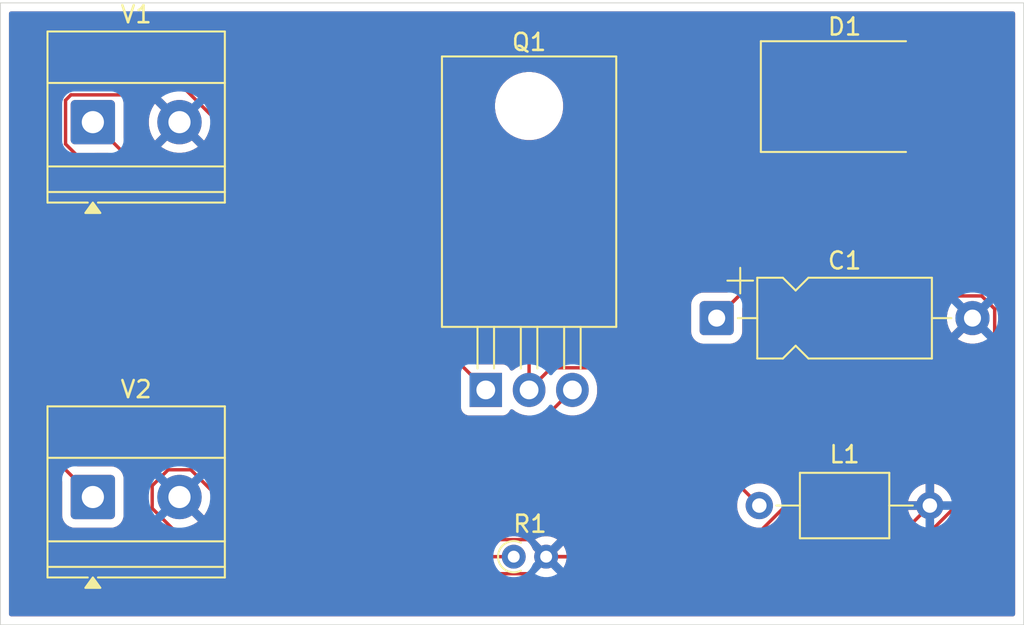
<source format=kicad_pcb>
(kicad_pcb (version 20241229) (generator "pcbnew") (generator_version "9.0")
  (layers (0 "F.Cu" signal) (2 "B.Cu" signal) (13 "F.Paste" user) (15 "B.Paste" user) (5 "F.SilkS" user "F.Silkscreen") (7 "B.SilkS" user "B.Silkscreen") (1 "F.Mask" user) (3 "B.Mask" user) (25 "Edge.Cuts" user))
  (net 0 "")
  (net 1 "Net-(D1-A)")
  (net 2 "GND")
  (net 3 "Net-(D1-K)")
  (net 4 "Net-(Q1-G)")
  (net 5 "Net-(Q1-D)")
  (footprint "TerminalBlock_Phoenix:TerminalBlock_Phoenix_MKDS-1,5-2-5.08_1x02_P5.08mm_Horizontal" (layer "F.Cu") (at 121.42 79.5)
    (property "Reference" "V1" (at 2.54 -6.32 0) (layer "F.SilkS"))
    (property "Value" "12")
    (fp_line (start -2.66 -5.32) (end 7.74 -5.32) (stroke (width 0.12)) (layer "F.SilkS"))
    (fp_line (start -2.66 -2.3) (end 7.74 -2.3) (stroke (width 0.12)) (layer "F.SilkS"))
    (fp_line (start -2.66 2.6) (end 7.74 2.6) (stroke (width 0.12)) (layer "F.SilkS"))
    (fp_line (start -2.66 4.1) (end 7.74 4.1) (stroke (width 0.12)) (layer "F.SilkS"))
    (fp_line (start -2.66 4.72) (end -2.66 -5.32) (stroke (width 0.12)) (layer "F.SilkS"))
    (fp_line (start -0.3 4.72) (end -2.66 4.72) (stroke (width 0.12)) (layer "F.SilkS"))
    (fp_line (start 7.74 -5.32) (end 7.74 4.72) (stroke (width 0.12)) (layer "F.SilkS"))
    (fp_line (start 7.74 4.72) (end 0.3 4.72) (stroke (width 0.12)) (layer "F.SilkS"))
    (fp_poly (pts (xy 0 4.72) (xy 0.44 5.33) (xy -0.44 5.33)) (stroke (width 0.12)) (fill yes) (layer "F.SilkS"))
    (pad "1" thru_hole roundrect (at 0 0) (size 2.6 2.6) (drill 1.3) (layers "*.Cu" "*.Mask") (roundrect_rratio 0.096154) (net 5 "Net-(Q1-D)"))
    (pad "2" thru_hole circle (at 5.08 0) (size 2.6 2.6) (drill 1.3) (layers "*.Cu" "*.Mask") (net 2 "GND"))
  )
  (footprint "Capacitor_THT:CP_Axial_L10.0mm_D4.5mm_P15.00mm_Horizontal" (layer "F.Cu") (at 158 91)
    (property "Reference" "C1" (at 7.5 -3.37 0) (layer "F.SilkS"))
    (property "Value" "100u")
    (fp_line (start 0.63 -2.2) (end 2.13 -2.2) (stroke (width 0.12)) (layer "F.SilkS"))
    (fp_line (start 1.24 0) (end 2.38 0) (stroke (width 0.12)) (layer "F.SilkS"))
    (fp_line (start 1.38 -2.95) (end 1.38 -1.45) (stroke (width 0.12)) (layer "F.SilkS"))
    (fp_line (start 2.38 -2.37) (end 2.38 2.37) (stroke (width 0.12)) (layer "F.SilkS"))
    (fp_line (start 2.38 -2.37) (end 3.88 -2.37) (stroke (width 0.12)) (layer "F.SilkS"))
    (fp_line (start 2.38 2.37) (end 3.88 2.37) (stroke (width 0.12)) (layer "F.SilkS"))
    (fp_line (start 3.88 -2.37) (end 4.63 -1.62) (stroke (width 0.12)) (layer "F.SilkS"))
    (fp_line (start 3.88 2.37) (end 4.63 1.62) (stroke (width 0.12)) (layer "F.SilkS"))
    (fp_line (start 4.63 -1.62) (end 5.38 -2.37) (stroke (width 0.12)) (layer "F.SilkS"))
    (fp_line (start 4.63 1.62) (end 5.38 2.37) (stroke (width 0.12)) (layer "F.SilkS"))
    (fp_line (start 5.38 -2.37) (end 12.62 -2.37) (stroke (width 0.12)) (layer "F.SilkS"))
    (fp_line (start 5.38 2.37) (end 12.62 2.37) (stroke (width 0.12)) (layer "F.SilkS"))
    (fp_line (start 12.62 -2.37) (end 12.62 2.37) (stroke (width 0.12)) (layer "F.SilkS"))
    (fp_line (start 13.76 0) (end 12.62 0) (stroke (width 0.12)) (layer "F.SilkS"))
    (pad "1" thru_hole roundrect (at 0 0) (size 2 2) (drill 1) (layers "*.Cu" "*.Mask") (roundrect_rratio 0.125) (net 1 "Net-(D1-A)"))
    (pad "2" thru_hole circle (at 15 0) (size 2 2) (drill 1) (layers "*.Cu" "*.Mask") (net 2 "GND"))
  )
  (footprint "TerminalBlock_Phoenix:TerminalBlock_Phoenix_MKDS-1,5-2-5.08_1x02_P5.08mm_Horizontal" (layer "F.Cu") (at 121.42 101.5)
    (property "Reference" "V2" (at 2.54 -6.32 0) (layer "F.SilkS"))
    (property "Value" "VPULSE")
    (fp_line (start -2.66 -5.32) (end 7.74 -5.32) (stroke (width 0.12)) (layer "F.SilkS"))
    (fp_line (start -2.66 -2.3) (end 7.74 -2.3) (stroke (width 0.12)) (layer "F.SilkS"))
    (fp_line (start -2.66 2.6) (end 7.74 2.6) (stroke (width 0.12)) (layer "F.SilkS"))
    (fp_line (start -2.66 4.1) (end 7.74 4.1) (stroke (width 0.12)) (layer "F.SilkS"))
    (fp_line (start -2.66 4.72) (end -2.66 -5.32) (stroke (width 0.12)) (layer "F.SilkS"))
    (fp_line (start -0.3 4.72) (end -2.66 4.72) (stroke (width 0.12)) (layer "F.SilkS"))
    (fp_line (start 7.74 -5.32) (end 7.74 4.72) (stroke (width 0.12)) (layer "F.SilkS"))
    (fp_line (start 7.74 4.72) (end 0.3 4.72) (stroke (width 0.12)) (layer "F.SilkS"))
    (fp_poly (pts (xy 0 4.72) (xy 0.44 5.33) (xy -0.44 5.33)) (stroke (width 0.12)) (fill yes) (layer "F.SilkS"))
    (pad "1" thru_hole roundrect (at 0 0) (size 2.6 2.6) (drill 1.3) (layers "*.Cu" "*.Mask") (roundrect_rratio 0.096154) (net 4 "Net-(Q1-G)"))
    (pad "2" thru_hole circle (at 5.08 0) (size 2.6 2.6) (drill 1.3) (layers "*.Cu" "*.Mask") (net 2 "GND"))
  )
  (footprint "Package_TO_SOT_THT:TO-220-3_Horizontal_TabDown" (layer "F.Cu") (at 144.46 95.215)
    (property "Reference" "Q1" (at 2.54 -20.41 0) (layer "F.SilkS"))
    (property "Value" "Q_NMOS_GSD")
    (fp_line (start -2.57 -19.57) (end 7.65 -19.57) (stroke (width 0.12)) (layer "F.SilkS"))
    (fp_line (start -2.57 -3.7) (end -2.57 -19.57) (stroke (width 0.12)) (layer "F.SilkS"))
    (fp_line (start -2.57 -3.7) (end 7.65 -3.7) (stroke (width 0.12)) (layer "F.SilkS"))
    (fp_line (start -0.485 -3.7) (end -0.485 -1.26) (stroke (width 0.12)) (layer "F.SilkS"))
    (fp_line (start 0.485 -3.7) (end 0.485 -1.26) (stroke (width 0.12)) (layer "F.SilkS"))
    (fp_line (start 2.055 -3.7) (end 2.055 -1.26) (stroke (width 0.12)) (layer "F.SilkS"))
    (fp_line (start 3.025 -3.7) (end 3.025 -1.26) (stroke (width 0.12)) (layer "F.SilkS"))
    (fp_line (start 4.595 -3.7) (end 4.595 -1.26) (stroke (width 0.12)) (layer "F.SilkS"))
    (fp_line (start 5.565 -3.7) (end 5.565 -1.26) (stroke (width 0.12)) (layer "F.SilkS"))
    (fp_line (start 7.65 -3.7) (end 7.65 -19.57) (stroke (width 0.12)) (layer "F.SilkS"))
    (pad "" np_thru_hole circle (at 2.54 -16.66) (size 3.5 3.5) (drill 3.5) (layers "*.Cu" "*.Mask"))
    (pad "1" thru_hole rect (at 0 0) (size 1.905 2) (drill 1.1) (layers "*.Cu" "*.Mask") (net 4 "Net-(Q1-G)"))
    (pad "2" thru_hole oval (at 2.54 0) (size 1.905 2) (drill 1.1) (layers "*.Cu" "*.Mask") (net 3 "Net-(D1-K)"))
    (pad "3" thru_hole oval (at 5.08 0) (size 1.905 2) (drill 1.1) (layers "*.Cu" "*.Mask") (net 5 "Net-(Q1-D)"))
  )
  (footprint "Inductor_THT:L_Axial_L5.0mm_D3.6mm_P10.00mm_Horizontal_Murata_BL01RN1A2A2" (layer "F.Cu") (at 160.5 102)
    (property "Reference" "L1" (at 5 -3 0) (layer "F.SilkS"))
    (property "Value" "68u")
    (fp_line (start 1 0) (end 2.38 0) (stroke (width 0.12)) (layer "F.SilkS"))
    (fp_line (start 2.38 -1.92) (end 2.38 1.92) (stroke (width 0.12)) (layer "F.SilkS"))
    (fp_line (start 2.38 1.92) (end 7.62 1.92) (stroke (width 0.12)) (layer "F.SilkS"))
    (fp_line (start 7.62 -1.92) (end 2.38 -1.92) (stroke (width 0.12)) (layer "F.SilkS"))
    (fp_line (start 7.62 1.92) (end 7.62 -1.92) (stroke (width 0.12)) (layer "F.SilkS"))
    (fp_line (start 9 0) (end 7.62 0) (stroke (width 0.12)) (layer "F.SilkS"))
    (pad "1" thru_hole circle (at 0 0) (size 1.6 1.6) (drill 0.85) (layers "*.Cu" "*.Mask") (net 3 "Net-(D1-K)"))
    (pad "2" thru_hole oval (at 10 0) (size 1.6 1.6) (drill 0.85) (layers "*.Cu" "*.Mask") (net 2 "GND"))
  )
  (footprint "Diode_SMD:D_SMC" (layer "F.Cu") (at 165.5 78)
    (property "Reference" "D1" (at 0 -4.1 0) (layer "F.SilkS"))
    (property "Value" "MBRS340")
    (fp_line (start -4.91 -3.25) (end 3.6 -3.25) (stroke (width 0.12)) (layer "F.SilkS"))
    (fp_line (start -4.91 3.25) (end -4.91 -3.25) (stroke (width 0.12)) (layer "F.SilkS"))
    (fp_line (start -4.91 3.25) (end 3.6 3.25) (stroke (width 0.12)) (layer "F.SilkS"))
    (pad "1" smd roundrect (at -3.4 0 90) (size 3.3 2.5) (layers "F.Cu" "F.Mask" "F.Paste") (roundrect_rratio 0.1) (net 3 "Net-(D1-K)"))
    (pad "2" smd roundrect (at 3.4 0 90) (size 3.3 2.5) (layers "F.Cu" "F.Mask" "F.Paste") (roundrect_rratio 0.1) (net 1 "Net-(D1-A)"))
  )
  (footprint "Resistor_THT:R_Axial_DIN0204_L3.6mm_D1.6mm_P1.90mm_Vertical" (layer "F.Cu") (at 146.1 105)
    (property "Reference" "R1" (at 0.95 -1.92 0) (layer "F.SilkS"))
    (property "Value" "5")
    (fp_arc (start 0.417133 0.82) (mid -0.92 0) (end 0.417133 -0.82) (stroke (width 0.12)) (layer "F.SilkS"))
    (pad "1" thru_hole circle (at 0 0) (size 1.4 1.4) (drill 0.7) (layers "*.Cu" "*.Mask") (net 1 "Net-(D1-A)"))
    (pad "2" thru_hole circle (at 1.9 0) (size 1.4 1.4) (drill 0.7) (layers "*.Cu" "*.Mask") (net 2 "GND"))
  )
  (gr_rect (start 116 72.5) (end 176 109) (stroke (width 0.05)) (fill no) (layer "Edge.Cuts"))
  (segment (start 168.9 78) (end 168.9 80.1) (width 0.2) (layer "F.Cu") (net 1))
  (segment (start 129.136844 106.401) (end 124.899 102.163156) (width 0.2) (layer "F.Cu") (net 1))
  (segment (start 173.538892 89.699) (end 174.301 90.461108) (width 0.2) (layer "F.Cu") (net 1))
  (segment (start 132.264156 105) (end 146.1 105) (width 0.2) (layer "F.Cu") (net 1))
  (segment (start 124.899 102.163156) (end 124.899 100.836844) (width 0.2) (layer "F.Cu") (net 1))
  (segment (start 167.65605 106.401) (end 129.136844 106.401) (width 0.2) (layer "F.Cu") (net 1))
  (segment (start 174.301 99.75605) (end 167.65605 106.401) (width 0.2) (layer "F.Cu") (net 1))
  (segment (start 125.836844 99.899) (end 127.163156 99.899) (width 0.2) (layer "F.Cu") (net 1))
  (segment (start 168.9 80.1) (end 158 91) (width 0.2) (layer "F.Cu") (net 1))
  (segment (start 127.163156 99.899) (end 132.264156 105) (width 0.2) (layer "F.Cu") (net 1))
  (segment (start 124.899 100.836844) (end 125.836844 99.899) (width 0.2) (layer "F.Cu") (net 1))
  (segment (start 159.301 89.699) (end 173.538892 89.699) (width 0.2) (layer "F.Cu") (net 1))
  (segment (start 174.301 90.461108) (end 174.301 99.75605) (width 0.2) (layer "F.Cu") (net 1))
  (segment (start 158 91) (end 159.301 89.699) (width 0.2) (layer "F.Cu") (net 1))
  (segment (start 147 106) (end 148 105) (width 0.2) (layer "F.Cu") (net 2))
  (segment (start 124.899 77.899) (end 120.13484 77.899) (width 0.2) (layer "F.Cu") (net 2))
  (segment (start 167.5 105) (end 148 105) (width 0.2) (layer "F.Cu") (net 2))
  (segment (start 126.5 101.5) (end 131 106) (width 0.2) (layer "F.Cu") (net 2))
  (segment (start 119.819 80.78516) (end 143.03284 103.999) (width 0.2) (layer "F.Cu") (net 2))
  (segment (start 126.5 79.5) (end 124.899 77.899) (width 0.2) (layer "F.Cu") (net 2))
  (segment (start 119.819 78.21484) (end 119.819 80.78516) (width 0.2) (layer "F.Cu") (net 2))
  (segment (start 159.05705 105) (end 148 105) (width 0.2) (layer "F.Cu") (net 2))
  (segment (start 120.13484 77.899) (end 119.819 78.21484) (width 0.2) (layer "F.Cu") (net 2))
  (segment (start 143.03284 103.999) (end 146.999 103.999) (width 0.2) (layer "F.Cu") (net 2))
  (segment (start 131 106) (end 147 106) (width 0.2) (layer "F.Cu") (net 2))
  (segment (start 170.5 102) (end 167.5 105) (width 0.2) (layer "F.Cu") (net 2))
  (segment (start 173 91) (end 173 91.05705) (width 0.2) (layer "F.Cu") (net 2))
  (segment (start 146.999 103.999) (end 148 105) (width 0.2) (layer "F.Cu") (net 2))
  (segment (start 173 91.05705) (end 159.05705 105) (width 0.2) (layer "F.Cu") (net 2))
  (segment (start 147 93.1) (end 162.1 78) (width 0.2) (layer "F.Cu") (net 3))
  (segment (start 152.414 93.914) (end 160.5 102) (width 0.2) (layer "F.Cu") (net 3))
  (segment (start 148.301 93.914) (end 152.414 93.914) (width 0.2) (layer "F.Cu") (net 3))
  (segment (start 147 95.215) (end 148.301 93.914) (width 0.2) (layer "F.Cu") (net 3))
  (segment (start 147 95.215) (end 147 93.1) (width 0.2) (layer "F.Cu") (net 3))
  (segment (start 119.418 78.04874) (end 119.96874 77.498) (width 0.2) (layer "F.Cu") (net 4))
  (segment (start 119.96874 77.498) (end 126.762156 77.498) (width 0.2) (layer "F.Cu") (net 4))
  (segment (start 119.418 99.498) (end 119.418 78.04874) (width 0.2) (layer "F.Cu") (net 4))
  (segment (start 121.42 101.5) (end 119.418 99.498) (width 0.2) (layer "F.Cu") (net 4))
  (segment (start 126.762156 77.498) (end 144.46 95.195844) (width 0.2) (layer "F.Cu") (net 4))
  (segment (start 144.46 95.195844) (end 144.46 95.215) (width 0.2) (layer "F.Cu") (net 4))
  (segment (start 143.255 101.335) (end 143.42 101.335) (width 0.2) (layer "F.Cu") (net 5))
  (segment (start 143.42 101.335) (end 149.54 95.215) (width 0.2) (layer "F.Cu") (net 5))
  (segment (start 121.42 79.5) (end 143.255 101.335) (width 0.2) (layer "F.Cu") (net 5))
  (zone (net 2) (net_name "GND") (layers "F.Cu" "B.Cu") (connect_pads (clearance 0.5)) (min_thickness 0.25) (fill yes (thermal_gap 0.5) (thermal_bridge_width 0.5))
    (polygon (pts (xy 116 72.5) (xy 116 109) (xy 176 109) (xy 176 72.5)))
  )
)
</source>
